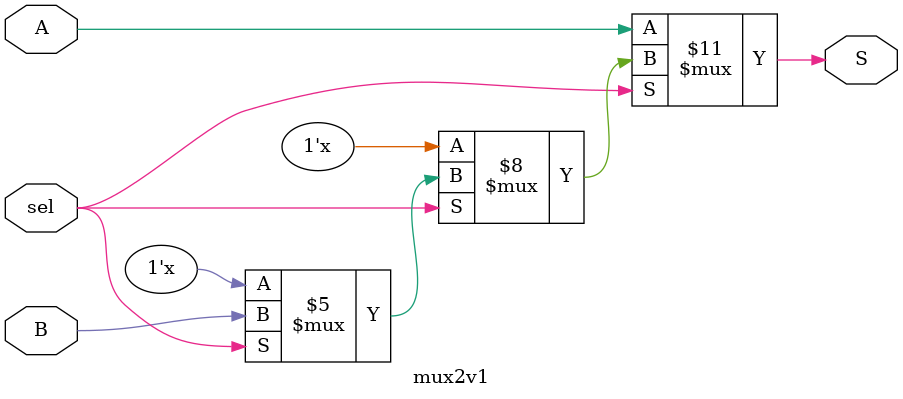
<source format=sv>
`timescale 1ns / 1ps


module mux2v1(
    input logic A,B,sel,
    output logic S
);
    always_comb begin
        if(sel == 1'b0) S = A;
        else if(sel==1'b1) S = B;
    end
endmodule

</source>
